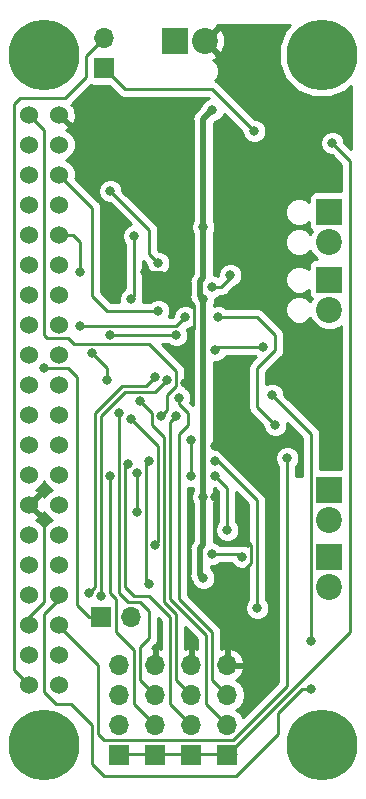
<source format=gbl>
G04 #@! TF.GenerationSoftware,KiCad,Pcbnew,(5.0.0)*
G04 #@! TF.CreationDate,2018-10-17T10:28:26+01:00*
G04 #@! TF.ProjectId,Motor_Toshiba_Shield,4D6F746F725F546F73686962615F5368,rev?*
G04 #@! TF.SameCoordinates,Original*
G04 #@! TF.FileFunction,Copper,L2,Bot,Signal*
G04 #@! TF.FilePolarity,Positive*
%FSLAX46Y46*%
G04 Gerber Fmt 4.6, Leading zero omitted, Abs format (unit mm)*
G04 Created by KiCad (PCBNEW (5.0.0)) date 10/17/18 10:28:26*
%MOMM*%
%LPD*%
G01*
G04 APERTURE LIST*
G04 #@! TA.AperFunction,ComponentPad*
%ADD10R,2.200000X2.200000*%
G04 #@! TD*
G04 #@! TA.AperFunction,ComponentPad*
%ADD11C,2.200000*%
G04 #@! TD*
G04 #@! TA.AperFunction,ComponentPad*
%ADD12O,1.700000X1.700000*%
G04 #@! TD*
G04 #@! TA.AperFunction,ComponentPad*
%ADD13R,1.700000X1.700000*%
G04 #@! TD*
G04 #@! TA.AperFunction,ComponentPad*
%ADD14C,6.000000*%
G04 #@! TD*
G04 #@! TA.AperFunction,ComponentPad*
%ADD15C,1.524000*%
G04 #@! TD*
G04 #@! TA.AperFunction,ViaPad*
%ADD16C,0.800000*%
G04 #@! TD*
G04 #@! TA.AperFunction,Conductor*
%ADD17C,0.500000*%
G04 #@! TD*
G04 #@! TA.AperFunction,Conductor*
%ADD18C,0.250000*%
G04 #@! TD*
G04 #@! TA.AperFunction,Conductor*
%ADD19C,0.254000*%
G04 #@! TD*
G04 APERTURE END LIST*
D10*
G04 #@! TO.P,J1,1*
G04 #@! TO.N,BAT+*
X121539000Y-64262000D03*
D11*
G04 #@! TO.P,J1,2*
G04 #@! TO.N,BAT-*
X124079000Y-64262000D03*
G04 #@! TD*
D12*
G04 #@! TO.P,J2,2*
G04 #@! TO.N,Net-(J2-Pad2)*
X115570000Y-64008000D03*
D13*
G04 #@! TO.P,J2,1*
G04 #@! TO.N,+5V*
X115570000Y-66548000D03*
G04 #@! TD*
D11*
G04 #@! TO.P,J3,2*
G04 #@! TO.N,Net-(J3-Pad2)*
X134620000Y-110490000D03*
D10*
G04 #@! TO.P,J3,1*
G04 #@! TO.N,Net-(J3-Pad1)*
X134620000Y-107950000D03*
G04 #@! TD*
G04 #@! TO.P,J4,1*
G04 #@! TO.N,Net-(J4-Pad1)*
X134620000Y-102235000D03*
D11*
G04 #@! TO.P,J4,2*
G04 #@! TO.N,Net-(J4-Pad2)*
X134620000Y-104775000D03*
G04 #@! TD*
G04 #@! TO.P,J5,2*
G04 #@! TO.N,Net-(J5-Pad2)*
X134620000Y-86995000D03*
D10*
G04 #@! TO.P,J5,1*
G04 #@! TO.N,Net-(J5-Pad1)*
X134620000Y-84455000D03*
G04 #@! TD*
G04 #@! TO.P,J6,1*
G04 #@! TO.N,Net-(J6-Pad1)*
X134620000Y-78740000D03*
D11*
G04 #@! TO.P,J6,2*
G04 #@! TO.N,Net-(J6-Pad2)*
X134620000Y-81280000D03*
G04 #@! TD*
D13*
G04 #@! TO.P,J7,1*
G04 #@! TO.N,ICSP_DAT*
X115316000Y-113030000D03*
D12*
G04 #@! TO.P,J7,2*
G04 #@! TO.N,Net-(J7-Pad2)*
X117856000Y-113030000D03*
G04 #@! TD*
D14*
G04 #@! TO.P,U2,*
G04 #@! TO.N,*
X133985000Y-65405000D03*
X133985000Y-123825000D03*
X110490000Y-65405000D03*
X110490000Y-123825000D03*
D15*
G04 #@! TO.P,U2,40*
G04 #@! TO.N,ICSP_CLK*
X109220000Y-70485000D03*
G04 #@! TO.P,U2,39*
G04 #@! TO.N,BAT-*
X111760000Y-70485000D03*
G04 #@! TO.P,U2,38*
G04 #@! TO.N,ICSP_DAT*
X109220000Y-73025000D03*
G04 #@! TO.P,U2,37*
G04 #@! TO.N,Net-(U2-Pad37)*
X111760000Y-73025000D03*
G04 #@! TO.P,U2,36*
G04 #@! TO.N,Net-(U2-Pad36)*
X109220000Y-75565000D03*
G04 #@! TO.P,U2,35*
G04 #@! TO.N,MCLR*
X111760000Y-75565000D03*
G04 #@! TO.P,U2,34*
G04 #@! TO.N,Net-(U2-Pad34)*
X109220000Y-78105000D03*
G04 #@! TO.P,U2,33*
G04 #@! TO.N,Net-(U2-Pad33)*
X111760000Y-78105000D03*
G04 #@! TO.P,U2,32*
G04 #@! TO.N,Net-(U2-Pad32)*
X109220000Y-80645000D03*
G04 #@! TO.P,U2,31*
G04 #@! TO.N,EN2*
X111760000Y-80645000D03*
G04 #@! TO.P,U2,30*
G04 #@! TO.N,Net-(U2-Pad30)*
X109220000Y-83185000D03*
G04 #@! TO.P,U2,29*
G04 #@! TO.N,EN1*
X111760000Y-83185000D03*
G04 #@! TO.P,U2,28*
G04 #@! TO.N,Net-(U2-Pad28)*
X109220000Y-85725000D03*
G04 #@! TO.P,U2,27*
G04 #@! TO.N,Net-(U2-Pad27)*
X111760000Y-85725000D03*
G04 #@! TO.P,U2,26*
G04 #@! TO.N,Net-(U2-Pad26)*
X109220000Y-88265000D03*
G04 #@! TO.P,U2,25*
G04 #@! TO.N,Net-(U2-Pad25)*
X111760000Y-88265000D03*
G04 #@! TO.P,U2,24*
G04 #@! TO.N,Net-(U2-Pad24)*
X109220000Y-90805000D03*
G04 #@! TO.P,U2,23*
G04 #@! TO.N,Net-(U2-Pad23)*
X111760000Y-90805000D03*
G04 #@! TO.P,U2,22*
G04 #@! TO.N,Net-(U2-Pad22)*
X109220000Y-93345000D03*
G04 #@! TO.P,U2,21*
G04 #@! TO.N,Net-(U2-Pad21)*
X111760000Y-93345000D03*
G04 #@! TO.P,U2,20*
G04 #@! TO.N,Net-(U2-Pad20)*
X109220000Y-95885000D03*
G04 #@! TO.P,U2,19*
G04 #@! TO.N,Net-(U2-Pad19)*
X111760000Y-95885000D03*
G04 #@! TO.P,U2,18*
G04 #@! TO.N,Net-(U2-Pad18)*
X109220000Y-98425000D03*
G04 #@! TO.P,U2,17*
G04 #@! TO.N,Net-(U2-Pad17)*
X111760000Y-98425000D03*
G04 #@! TO.P,U2,16*
G04 #@! TO.N,Net-(U2-Pad16)*
X109220000Y-100965000D03*
G04 #@! TO.P,U2,15*
G04 #@! TO.N,Net-(U2-Pad15)*
X111760000Y-100965000D03*
G04 #@! TO.P,U2,14*
G04 #@! TO.N,BAT-*
X109220000Y-103505000D03*
G04 #@! TO.P,U2,13*
G04 #@! TO.N,Net-(U2-Pad13)*
X111760000Y-103505000D03*
G04 #@! TO.P,U2,12*
G04 #@! TO.N,Net-(U2-Pad12)*
X109220000Y-106045000D03*
G04 #@! TO.P,U2,11*
G04 #@! TO.N,Net-(U2-Pad11)*
X111760000Y-106045000D03*
G04 #@! TO.P,U2,10*
G04 #@! TO.N,Net-(U2-Pad10)*
X109220000Y-108585000D03*
G04 #@! TO.P,U2,9*
G04 #@! TO.N,Net-(U2-Pad9)*
X111760000Y-108585000D03*
G04 #@! TO.P,U2,8*
G04 #@! TO.N,Net-(U2-Pad8)*
X109220000Y-111125000D03*
G04 #@! TO.P,U2,7*
G04 #@! TO.N,RES*
X111760000Y-111125000D03*
G04 #@! TO.P,U2,6*
G04 #@! TO.N,BAT-*
X109220000Y-113665000D03*
G04 #@! TO.P,U2,5*
G04 #@! TO.N,SCL*
X111760000Y-113665000D03*
G04 #@! TO.P,U2,4*
G04 #@! TO.N,Net-(U2-Pad4)*
X109220000Y-116205000D03*
G04 #@! TO.P,U2,3*
G04 #@! TO.N,SDA*
X111760000Y-116205000D03*
G04 #@! TO.P,U2,2*
G04 #@! TO.N,Net-(J2-Pad2)*
X109220000Y-118745000D03*
G04 #@! TO.P,U2,1*
G04 #@! TO.N,+3V3*
X111760000Y-118745000D03*
G04 #@! TD*
D13*
G04 #@! TO.P,J8,1*
G04 #@! TO.N,+5V*
X116840000Y-124714000D03*
D12*
G04 #@! TO.P,J8,2*
G04 #@! TO.N,A1*
X116840000Y-122174000D03*
G04 #@! TO.P,J8,3*
G04 #@! TO.N,B1*
X116840000Y-119634000D03*
G04 #@! TO.P,J8,4*
G04 #@! TO.N,BAT-*
X116840000Y-117094000D03*
G04 #@! TD*
G04 #@! TO.P,J9,4*
G04 #@! TO.N,BAT-*
X119888000Y-117094000D03*
G04 #@! TO.P,J9,3*
G04 #@! TO.N,B2*
X119888000Y-119634000D03*
G04 #@! TO.P,J9,2*
G04 #@! TO.N,A2*
X119888000Y-122174000D03*
D13*
G04 #@! TO.P,J9,1*
G04 #@! TO.N,+5V*
X119888000Y-124714000D03*
G04 #@! TD*
G04 #@! TO.P,J10,1*
G04 #@! TO.N,+5V*
X125984000Y-124714000D03*
D12*
G04 #@! TO.P,J10,2*
G04 #@! TO.N,A3*
X125984000Y-122174000D03*
G04 #@! TO.P,J10,3*
G04 #@! TO.N,B3*
X125984000Y-119634000D03*
G04 #@! TO.P,J10,4*
G04 #@! TO.N,BAT-*
X125984000Y-117094000D03*
G04 #@! TD*
G04 #@! TO.P,J11,4*
G04 #@! TO.N,BAT-*
X122936000Y-117094000D03*
G04 #@! TO.P,J11,3*
G04 #@! TO.N,B4*
X122936000Y-119634000D03*
G04 #@! TO.P,J11,2*
G04 #@! TO.N,A4*
X122936000Y-122174000D03*
D13*
G04 #@! TO.P,J11,1*
G04 #@! TO.N,+5V*
X122936000Y-124714000D03*
G04 #@! TD*
D16*
G04 #@! TO.N,BAT-PROT+*
X123952000Y-80010000D03*
X124714000Y-70104000D03*
X123952000Y-86106000D03*
X123952000Y-102870000D03*
X123952000Y-109728000D03*
G04 #@! TO.N,BAT-*
X125222000Y-82550000D03*
X127254000Y-80264000D03*
X122428000Y-93218000D03*
X122682000Y-90170000D03*
X119045000Y-83820000D03*
X130302000Y-92202000D03*
X124968000Y-102870000D03*
X127000000Y-109474000D03*
X124968000Y-98552000D03*
G04 #@! TO.N,+5V*
X128270000Y-71882000D03*
X134874000Y-72898000D03*
G04 #@! TO.N,+3V3*
X121666000Y-89154000D03*
X116078000Y-89154000D03*
X124968000Y-90424000D03*
X129032000Y-90170000D03*
X125984000Y-105664000D03*
X124968000Y-101092000D03*
X122936000Y-101092000D03*
X122936000Y-98044000D03*
G04 #@! TO.N,Net-(J7-Pad2)*
X124968000Y-99822000D03*
X128524000Y-112268000D03*
G04 #@! TO.N,ICSP_DAT*
X110490000Y-91948000D03*
G04 #@! TO.N,MCLR*
X120142000Y-87122000D03*
G04 #@! TO.N,ICSP_CLK*
X120396000Y-96012000D03*
G04 #@! TO.N,EN2*
X119888000Y-106934000D03*
X117856000Y-96266000D03*
X115824000Y-92964000D03*
X114554000Y-90678000D03*
X113538000Y-83820000D03*
G04 #@! TO.N,EN1*
X120142000Y-83058000D03*
X116078000Y-76962000D03*
G04 #@! TO.N,RES*
X133096000Y-119126000D03*
X133096000Y-115062000D03*
X129794000Y-94234000D03*
G04 #@! TO.N,SCL*
X131064000Y-99568000D03*
G04 #@! TO.N,SDA*
X130048000Y-96774000D03*
X122428000Y-87630000D03*
X125222000Y-87630000D03*
X113538000Y-88392000D03*
G04 #@! TO.N,INA2*
X126238000Y-84074000D03*
X124714000Y-85090000D03*
G04 #@! TO.N,INA3*
X127254000Y-107950000D03*
X124714000Y-107696000D03*
G04 #@! TO.N,PWM3*
X119380000Y-110236000D03*
X119380000Y-99822000D03*
G04 #@! TO.N,PWM4*
X118364000Y-100838000D03*
X118364000Y-104140000D03*
G04 #@! TO.N,PWM2*
X117856000Y-86106000D03*
X118110000Y-80772000D03*
G04 #@! TO.N,A1*
X114300000Y-110998000D03*
X119888000Y-92710000D03*
G04 #@! TO.N,B1*
X120904000Y-92964000D03*
X115316000Y-111252000D03*
G04 #@! TO.N,B2*
X116840000Y-95758000D03*
G04 #@! TO.N,A2*
X116078000Y-101092000D03*
G04 #@! TO.N,A3*
X121666000Y-96012000D03*
G04 #@! TO.N,B3*
X121920000Y-94488000D03*
G04 #@! TO.N,B4*
X118618000Y-94742000D03*
G04 #@! TO.N,A4*
X117602000Y-100076000D03*
G04 #@! TD*
D17*
G04 #@! TO.N,BAT-PROT+*
X123952000Y-80010000D02*
X123952000Y-70866000D01*
X123952000Y-70866000D02*
X124714000Y-70104000D01*
X123952000Y-80010000D02*
X123952000Y-84328000D01*
X123952000Y-84328000D02*
X123698000Y-84582000D01*
X123698000Y-84582000D02*
X123698000Y-85852000D01*
X123698000Y-85852000D02*
X123952000Y-86106000D01*
X123952000Y-86106000D02*
X123952000Y-102870000D01*
X123952000Y-102870000D02*
X123952000Y-106934000D01*
X123952000Y-106934000D02*
X123698000Y-107188000D01*
X123698000Y-107188000D02*
X123698000Y-109474000D01*
X123698000Y-109474000D02*
X123952000Y-109728000D01*
D18*
G04 #@! TO.N,BAT-*
X125222000Y-82550000D02*
X127254000Y-80518000D01*
X127254000Y-80518000D02*
X127254000Y-80264000D01*
X122428000Y-93218000D02*
X122682000Y-92964000D01*
X122682000Y-92964000D02*
X122682000Y-90170000D01*
X122682000Y-90170000D02*
X122682000Y-89154000D01*
X122682000Y-89154000D02*
X123190000Y-88646000D01*
X123190000Y-88646000D02*
X123190000Y-86614000D01*
X120396000Y-83820000D02*
X119045000Y-83820000D01*
X123190000Y-86614000D02*
X120396000Y-83820000D01*
X124968000Y-102870000D02*
X124968000Y-106172000D01*
X124968000Y-106172000D02*
X125476000Y-106680000D01*
X125476000Y-106680000D02*
X127762000Y-106680000D01*
X127762000Y-106680000D02*
X128016000Y-106934000D01*
X128016000Y-106934000D02*
X128016000Y-108458000D01*
X128016000Y-108458000D02*
X127000000Y-109474000D01*
X124968000Y-98552000D02*
X129794000Y-103378000D01*
X129794000Y-103378000D02*
X129794000Y-112776000D01*
X129794000Y-112776000D02*
X129032000Y-113538000D01*
X129032000Y-113538000D02*
X128016000Y-113538000D01*
X127000000Y-112522000D02*
X127000000Y-109474000D01*
X128016000Y-113538000D02*
X127000000Y-112522000D01*
X110490000Y-104648000D02*
X110490000Y-111760000D01*
X109220000Y-113030000D02*
X109220000Y-113665000D01*
X109347000Y-103505000D02*
X110490000Y-104648000D01*
X109220000Y-103505000D02*
X109347000Y-103505000D01*
X110490000Y-111760000D02*
X109220000Y-113030000D01*
G04 #@! TO.N,+5V*
X117602000Y-124666999D02*
X120668999Y-124666999D01*
X120668999Y-124666999D02*
X123698000Y-124666999D01*
X123698000Y-124666999D02*
X126746000Y-124666999D01*
X128270000Y-71882000D02*
X124714000Y-68326000D01*
X117348000Y-68326000D02*
X115570000Y-66548000D01*
X124714000Y-68326000D02*
X117348000Y-68326000D01*
X136398000Y-114300000D02*
X125984000Y-124714000D01*
X136398000Y-74422000D02*
X136398000Y-114300000D01*
X134874000Y-72898000D02*
X136398000Y-74422000D01*
G04 #@! TO.N,+3V3*
X121666000Y-89154000D02*
X116078000Y-89154000D01*
X124968000Y-90424000D02*
X125222000Y-90170000D01*
X125222000Y-90170000D02*
X129032000Y-90170000D01*
X125984000Y-102108000D02*
X124968000Y-101092000D01*
X125984000Y-105664000D02*
X125984000Y-102108000D01*
X122936000Y-98044000D02*
X122936000Y-101092000D01*
G04 #@! TO.N,Net-(J7-Pad2)*
X128524000Y-103124000D02*
X124968000Y-99568000D01*
X128524000Y-112268000D02*
X128524000Y-103124000D01*
G04 #@! TO.N,Net-(J2-Pad2)*
X107950000Y-117475000D02*
X109220000Y-118745000D01*
X114046000Y-65532000D02*
X114046000Y-67310000D01*
X115570000Y-64008000D02*
X114046000Y-65532000D01*
X114046000Y-67310000D02*
X112268000Y-69088000D01*
X112268000Y-69088000D02*
X108458000Y-69088000D01*
X108458000Y-69088000D02*
X107950000Y-69596000D01*
X107950000Y-69596000D02*
X107950000Y-117475000D01*
G04 #@! TO.N,ICSP_DAT*
X115316000Y-113030000D02*
X114300000Y-113030000D01*
X114300000Y-113030000D02*
X113284000Y-112014000D01*
X113284000Y-112014000D02*
X113284000Y-92710000D01*
X113284000Y-92710000D02*
X112522000Y-91948000D01*
X112522000Y-91948000D02*
X110490000Y-91948000D01*
G04 #@! TO.N,MCLR*
X114554000Y-78359000D02*
X111760000Y-75565000D01*
X114554000Y-85852000D02*
X114554000Y-78359000D01*
X120142000Y-87122000D02*
X115824000Y-87122000D01*
X115824000Y-87122000D02*
X114554000Y-85852000D01*
G04 #@! TO.N,ICSP_CLK*
X110490000Y-71755000D02*
X109220000Y-70485000D01*
X110490000Y-89154000D02*
X110490000Y-71755000D01*
X110744000Y-89408000D02*
X110490000Y-89154000D01*
X112522000Y-89408000D02*
X110744000Y-89408000D01*
X113030000Y-89916000D02*
X112522000Y-89408000D01*
X120904000Y-95504000D02*
X120904000Y-94234000D01*
X120396000Y-96012000D02*
X120904000Y-95504000D01*
X120904000Y-94234000D02*
X121666000Y-93472000D01*
X121666000Y-93472000D02*
X121666000Y-92202000D01*
X121666000Y-92202000D02*
X119380000Y-89916000D01*
X119380000Y-89916000D02*
X113030000Y-89916000D01*
G04 #@! TO.N,EN2*
X119888000Y-106934000D02*
X120142000Y-106680000D01*
X120142000Y-106680000D02*
X120142000Y-98552000D01*
X120142000Y-98552000D02*
X117856000Y-96266000D01*
X115824000Y-92964000D02*
X115824000Y-91948000D01*
X115824000Y-91948000D02*
X114554000Y-90678000D01*
X112903000Y-80645000D02*
X111760000Y-80645000D01*
X113538000Y-83820000D02*
X113538000Y-81280000D01*
X113538000Y-81280000D02*
X112903000Y-80645000D01*
G04 #@! TO.N,EN1*
X120142000Y-83058000D02*
X119380000Y-82296000D01*
X119380000Y-82296000D02*
X119380000Y-80264000D01*
X119380000Y-80264000D02*
X116078000Y-76962000D01*
G04 #@! TO.N,RES*
X111760000Y-111125000D02*
X111760000Y-111506000D01*
X111760000Y-111506000D02*
X110490000Y-112776000D01*
X110490000Y-112776000D02*
X110490000Y-119380000D01*
X110490000Y-119380000D02*
X111506000Y-120396000D01*
X111506000Y-120396000D02*
X112776000Y-120396000D01*
X112776000Y-120396000D02*
X114554000Y-122174000D01*
X114554000Y-122174000D02*
X114554000Y-125476000D01*
X114554000Y-125476000D02*
X115570000Y-126492000D01*
X115570000Y-126492000D02*
X126746000Y-126492000D01*
X126746000Y-126492000D02*
X130302000Y-122936000D01*
X130302000Y-122936000D02*
X130302000Y-121158000D01*
X130302000Y-121158000D02*
X132334000Y-119126000D01*
X132334000Y-119126000D02*
X133096000Y-119126000D01*
X133096000Y-115062000D02*
X133096000Y-97536000D01*
X133096000Y-97536000D02*
X129794000Y-94234000D01*
G04 #@! TO.N,SCL*
X111760000Y-113665000D02*
X111760000Y-113792000D01*
X111760000Y-113792000D02*
X115062000Y-117094000D01*
X115062000Y-117094000D02*
X115062000Y-122936000D01*
X115062000Y-122936000D02*
X115570000Y-123444000D01*
X115570000Y-123444000D02*
X126492000Y-123444000D01*
X126492000Y-123444000D02*
X131064000Y-118872000D01*
X131064000Y-118872000D02*
X131064000Y-99568000D01*
G04 #@! TO.N,SDA*
X125222000Y-87630000D02*
X128524000Y-87630000D01*
X128524000Y-87630000D02*
X130048000Y-89154000D01*
X130048000Y-89154000D02*
X130048000Y-90424000D01*
X130048000Y-90424000D02*
X128524000Y-91948000D01*
X128524000Y-95250000D02*
X130048000Y-96774000D01*
X128524000Y-91948000D02*
X128524000Y-95250000D01*
X121666000Y-88392000D02*
X122428000Y-87630000D01*
X113538000Y-88392000D02*
X121666000Y-88392000D01*
G04 #@! TO.N,INA2*
X126492000Y-84074000D02*
X125476000Y-85090000D01*
X125476000Y-85090000D02*
X124714000Y-85090000D01*
G04 #@! TO.N,INA3*
X127254000Y-107950000D02*
X127000000Y-107696000D01*
X127000000Y-107696000D02*
X124714000Y-107696000D01*
G04 #@! TO.N,PWM3*
X119380000Y-99822000D02*
X119126000Y-100076000D01*
X119126000Y-109982000D02*
X119380000Y-110236000D01*
X119126000Y-100076000D02*
X119126000Y-109982000D01*
G04 #@! TO.N,PWM4*
X118364000Y-100838000D02*
X118364000Y-104140000D01*
G04 #@! TO.N,PWM2*
X117856000Y-86106000D02*
X118110000Y-85852000D01*
X118110000Y-85852000D02*
X118110000Y-80772000D01*
G04 #@! TO.N,A1*
X114808000Y-110490000D02*
X114300000Y-110998000D01*
X114808000Y-95758000D02*
X114808000Y-110490000D01*
X117094000Y-93472000D02*
X114808000Y-95758000D01*
X119888000Y-92710000D02*
X119126000Y-93472000D01*
X119126000Y-93472000D02*
X117094000Y-93472000D01*
G04 #@! TO.N,B1*
X115316000Y-96012000D02*
X115316000Y-111252000D01*
X117348000Y-93980000D02*
X115316000Y-96012000D01*
X120904000Y-92964000D02*
X119888000Y-93980000D01*
X119888000Y-93980000D02*
X117348000Y-93980000D01*
G04 #@! TO.N,B2*
X118618000Y-118364000D02*
X119888000Y-119634000D01*
X118618000Y-115570000D02*
X118618000Y-118364000D01*
X116840000Y-110998000D02*
X117602000Y-111760000D01*
X117602000Y-111760000D02*
X118618000Y-111760000D01*
X116840000Y-95758000D02*
X116840000Y-110998000D01*
X118618000Y-111760000D02*
X119380000Y-112522000D01*
X119380000Y-112522000D02*
X119380000Y-114808000D01*
X119380000Y-114808000D02*
X118618000Y-115570000D01*
G04 #@! TO.N,A2*
X116078000Y-101092000D02*
X116078000Y-110998000D01*
X116078000Y-110998000D02*
X116586000Y-111506000D01*
X116586000Y-111506000D02*
X116586000Y-114300000D01*
X116586000Y-114300000D02*
X118110000Y-115824000D01*
X118110000Y-120396000D02*
X119888000Y-122174000D01*
X118110000Y-115824000D02*
X118110000Y-120396000D01*
G04 #@! TO.N,A3*
X121666000Y-96012000D02*
X121158000Y-96520000D01*
X121158000Y-96520000D02*
X121158000Y-111506000D01*
X121158000Y-111506000D02*
X124206000Y-114554000D01*
X124206000Y-120396000D02*
X125984000Y-122174000D01*
X124206000Y-114554000D02*
X124206000Y-120396000D01*
G04 #@! TO.N,B3*
X121920000Y-94488000D02*
X121920000Y-94996000D01*
X121920000Y-94996000D02*
X122682000Y-95758000D01*
X122682000Y-95758000D02*
X122682000Y-96774000D01*
X122682000Y-96774000D02*
X121920000Y-97536000D01*
X121920000Y-97536000D02*
X121920000Y-111506000D01*
X121920000Y-111506000D02*
X124714000Y-114300000D01*
X124714000Y-118364000D02*
X125984000Y-119634000D01*
X124714000Y-114300000D02*
X124714000Y-118364000D01*
G04 #@! TO.N,B4*
X120650000Y-97790000D02*
X120650000Y-111760000D01*
X120650000Y-111760000D02*
X121666000Y-112776000D01*
X121666000Y-118364000D02*
X122936000Y-119634000D01*
X121666000Y-112776000D02*
X121666000Y-118364000D01*
X118618000Y-94742000D02*
X119634000Y-95758000D01*
X119634000Y-96774000D02*
X120650000Y-97790000D01*
X119634000Y-95758000D02*
X119634000Y-96774000D01*
G04 #@! TO.N,A4*
X121158000Y-120396000D02*
X122936000Y-122174000D01*
X117602000Y-100076000D02*
X117348000Y-100330000D01*
X117348000Y-100330000D02*
X117348000Y-110490000D01*
X117348000Y-110490000D02*
X118110000Y-111252000D01*
X118110000Y-111252000D02*
X119380000Y-111252000D01*
X119380000Y-111252000D02*
X121158000Y-113030000D01*
X121158000Y-113030000D02*
X121158000Y-120396000D01*
G04 #@! TD*
D19*
G04 #@! TO.N,BAT-*
G36*
X128397744Y-90999455D02*
X128039530Y-91357669D01*
X127976071Y-91400071D01*
X127808096Y-91651464D01*
X127764000Y-91873149D01*
X127764000Y-91873153D01*
X127749112Y-91948000D01*
X127764000Y-92022847D01*
X127764001Y-95175148D01*
X127749112Y-95250000D01*
X127808097Y-95546537D01*
X127922713Y-95718071D01*
X127976072Y-95797929D01*
X128039528Y-95840329D01*
X129013000Y-96813802D01*
X129013000Y-96979874D01*
X129170569Y-97360280D01*
X129461720Y-97651431D01*
X129842126Y-97809000D01*
X130253874Y-97809000D01*
X130634280Y-97651431D01*
X130925431Y-97360280D01*
X131083000Y-96979874D01*
X131083000Y-96597802D01*
X132336001Y-97850803D01*
X132336001Y-101058404D01*
X132315711Y-101050000D01*
X131844289Y-101050000D01*
X131824000Y-101058404D01*
X131824000Y-100271711D01*
X131941431Y-100154280D01*
X132099000Y-99773874D01*
X132099000Y-99362126D01*
X131941431Y-98981720D01*
X131650280Y-98690569D01*
X131269874Y-98533000D01*
X130858126Y-98533000D01*
X130477720Y-98690569D01*
X130186569Y-98981720D01*
X130029000Y-99362126D01*
X130029000Y-99773874D01*
X130186569Y-100154280D01*
X130304001Y-100271712D01*
X130304000Y-118557197D01*
X127336287Y-121524912D01*
X127054625Y-121103375D01*
X126756239Y-120904000D01*
X127054625Y-120704625D01*
X127382839Y-120213418D01*
X127498092Y-119634000D01*
X127382839Y-119054582D01*
X127054625Y-118563375D01*
X126735522Y-118350157D01*
X126865358Y-118289183D01*
X127255645Y-117860924D01*
X127425476Y-117450890D01*
X127304155Y-117221000D01*
X126111000Y-117221000D01*
X126111000Y-117241000D01*
X125857000Y-117241000D01*
X125857000Y-117221000D01*
X125837000Y-117221000D01*
X125837000Y-116967000D01*
X125857000Y-116967000D01*
X125857000Y-115773181D01*
X126111000Y-115773181D01*
X126111000Y-116967000D01*
X127304155Y-116967000D01*
X127425476Y-116737110D01*
X127255645Y-116327076D01*
X126865358Y-115898817D01*
X126340892Y-115652514D01*
X126111000Y-115773181D01*
X125857000Y-115773181D01*
X125627108Y-115652514D01*
X125474000Y-115724418D01*
X125474000Y-114374848D01*
X125488888Y-114300000D01*
X125474000Y-114225152D01*
X125474000Y-114225148D01*
X125429904Y-114003463D01*
X125429904Y-114003462D01*
X125304329Y-113815527D01*
X125261929Y-113752071D01*
X125198473Y-113709671D01*
X122680000Y-111191199D01*
X122680000Y-102106237D01*
X122730126Y-102127000D01*
X123067001Y-102127000D01*
X123067001Y-102301991D01*
X122917000Y-102664126D01*
X122917000Y-103075874D01*
X123067000Y-103438007D01*
X123067001Y-106545240D01*
X123059951Y-106549951D01*
X122864348Y-106842691D01*
X122813000Y-107100836D01*
X122813000Y-107100839D01*
X122795663Y-107188000D01*
X122813000Y-107275161D01*
X122813001Y-109386835D01*
X122795663Y-109474000D01*
X122864348Y-109819309D01*
X122917000Y-109898108D01*
X122917000Y-109933874D01*
X123074569Y-110314280D01*
X123365720Y-110605431D01*
X123746126Y-110763000D01*
X124157874Y-110763000D01*
X124538280Y-110605431D01*
X124829431Y-110314280D01*
X124987000Y-109933874D01*
X124987000Y-109522126D01*
X124829431Y-109141720D01*
X124583000Y-108895289D01*
X124583000Y-108731000D01*
X124919874Y-108731000D01*
X125300280Y-108573431D01*
X125417711Y-108456000D01*
X126343316Y-108456000D01*
X126376569Y-108536280D01*
X126667720Y-108827431D01*
X127048126Y-108985000D01*
X127459874Y-108985000D01*
X127764000Y-108859027D01*
X127764000Y-111564289D01*
X127646569Y-111681720D01*
X127489000Y-112062126D01*
X127489000Y-112473874D01*
X127646569Y-112854280D01*
X127937720Y-113145431D01*
X128318126Y-113303000D01*
X128729874Y-113303000D01*
X129110280Y-113145431D01*
X129401431Y-112854280D01*
X129559000Y-112473874D01*
X129559000Y-112062126D01*
X129401431Y-111681720D01*
X129284000Y-111564289D01*
X129284000Y-103198846D01*
X129298888Y-103123999D01*
X129284000Y-103049152D01*
X129284000Y-103049148D01*
X129239904Y-102827463D01*
X129163865Y-102713663D01*
X129114329Y-102639526D01*
X129114327Y-102639524D01*
X129071929Y-102576071D01*
X129008476Y-102533673D01*
X125940826Y-99466025D01*
X125845431Y-99235720D01*
X125554280Y-98944569D01*
X125173874Y-98787000D01*
X124837000Y-98787000D01*
X124837000Y-91459000D01*
X125173874Y-91459000D01*
X125554280Y-91301431D01*
X125845431Y-91010280D01*
X125878684Y-90930000D01*
X128328289Y-90930000D01*
X128397744Y-90999455D01*
X128397744Y-90999455D01*
G37*
X128397744Y-90999455D02*
X128039530Y-91357669D01*
X127976071Y-91400071D01*
X127808096Y-91651464D01*
X127764000Y-91873149D01*
X127764000Y-91873153D01*
X127749112Y-91948000D01*
X127764000Y-92022847D01*
X127764001Y-95175148D01*
X127749112Y-95250000D01*
X127808097Y-95546537D01*
X127922713Y-95718071D01*
X127976072Y-95797929D01*
X128039528Y-95840329D01*
X129013000Y-96813802D01*
X129013000Y-96979874D01*
X129170569Y-97360280D01*
X129461720Y-97651431D01*
X129842126Y-97809000D01*
X130253874Y-97809000D01*
X130634280Y-97651431D01*
X130925431Y-97360280D01*
X131083000Y-96979874D01*
X131083000Y-96597802D01*
X132336001Y-97850803D01*
X132336001Y-101058404D01*
X132315711Y-101050000D01*
X131844289Y-101050000D01*
X131824000Y-101058404D01*
X131824000Y-100271711D01*
X131941431Y-100154280D01*
X132099000Y-99773874D01*
X132099000Y-99362126D01*
X131941431Y-98981720D01*
X131650280Y-98690569D01*
X131269874Y-98533000D01*
X130858126Y-98533000D01*
X130477720Y-98690569D01*
X130186569Y-98981720D01*
X130029000Y-99362126D01*
X130029000Y-99773874D01*
X130186569Y-100154280D01*
X130304001Y-100271712D01*
X130304000Y-118557197D01*
X127336287Y-121524912D01*
X127054625Y-121103375D01*
X126756239Y-120904000D01*
X127054625Y-120704625D01*
X127382839Y-120213418D01*
X127498092Y-119634000D01*
X127382839Y-119054582D01*
X127054625Y-118563375D01*
X126735522Y-118350157D01*
X126865358Y-118289183D01*
X127255645Y-117860924D01*
X127425476Y-117450890D01*
X127304155Y-117221000D01*
X126111000Y-117221000D01*
X126111000Y-117241000D01*
X125857000Y-117241000D01*
X125857000Y-117221000D01*
X125837000Y-117221000D01*
X125837000Y-116967000D01*
X125857000Y-116967000D01*
X125857000Y-115773181D01*
X126111000Y-115773181D01*
X126111000Y-116967000D01*
X127304155Y-116967000D01*
X127425476Y-116737110D01*
X127255645Y-116327076D01*
X126865358Y-115898817D01*
X126340892Y-115652514D01*
X126111000Y-115773181D01*
X125857000Y-115773181D01*
X125627108Y-115652514D01*
X125474000Y-115724418D01*
X125474000Y-114374848D01*
X125488888Y-114300000D01*
X125474000Y-114225152D01*
X125474000Y-114225148D01*
X125429904Y-114003463D01*
X125429904Y-114003462D01*
X125304329Y-113815527D01*
X125261929Y-113752071D01*
X125198473Y-113709671D01*
X122680000Y-111191199D01*
X122680000Y-102106237D01*
X122730126Y-102127000D01*
X123067001Y-102127000D01*
X123067001Y-102301991D01*
X122917000Y-102664126D01*
X122917000Y-103075874D01*
X123067000Y-103438007D01*
X123067001Y-106545240D01*
X123059951Y-106549951D01*
X122864348Y-106842691D01*
X122813000Y-107100836D01*
X122813000Y-107100839D01*
X122795663Y-107188000D01*
X122813000Y-107275161D01*
X122813001Y-109386835D01*
X122795663Y-109474000D01*
X122864348Y-109819309D01*
X122917000Y-109898108D01*
X122917000Y-109933874D01*
X123074569Y-110314280D01*
X123365720Y-110605431D01*
X123746126Y-110763000D01*
X124157874Y-110763000D01*
X124538280Y-110605431D01*
X124829431Y-110314280D01*
X124987000Y-109933874D01*
X124987000Y-109522126D01*
X124829431Y-109141720D01*
X124583000Y-108895289D01*
X124583000Y-108731000D01*
X124919874Y-108731000D01*
X125300280Y-108573431D01*
X125417711Y-108456000D01*
X126343316Y-108456000D01*
X126376569Y-108536280D01*
X126667720Y-108827431D01*
X127048126Y-108985000D01*
X127459874Y-108985000D01*
X127764000Y-108859027D01*
X127764000Y-111564289D01*
X127646569Y-111681720D01*
X127489000Y-112062126D01*
X127489000Y-112473874D01*
X127646569Y-112854280D01*
X127937720Y-113145431D01*
X128318126Y-113303000D01*
X128729874Y-113303000D01*
X129110280Y-113145431D01*
X129401431Y-112854280D01*
X129559000Y-112473874D01*
X129559000Y-112062126D01*
X129401431Y-111681720D01*
X129284000Y-111564289D01*
X129284000Y-103198846D01*
X129298888Y-103123999D01*
X129284000Y-103049152D01*
X129284000Y-103049148D01*
X129239904Y-102827463D01*
X129163865Y-102713663D01*
X129114329Y-102639526D01*
X129114327Y-102639524D01*
X129071929Y-102576071D01*
X129008476Y-102533673D01*
X125940826Y-99466025D01*
X125845431Y-99235720D01*
X125554280Y-98944569D01*
X125173874Y-98787000D01*
X124837000Y-98787000D01*
X124837000Y-91459000D01*
X125173874Y-91459000D01*
X125554280Y-91301431D01*
X125845431Y-91010280D01*
X125878684Y-90930000D01*
X128328289Y-90930000D01*
X128397744Y-90999455D01*
G36*
X116967000Y-116967000D02*
X116987000Y-116967000D01*
X116987000Y-117221000D01*
X116967000Y-117221000D01*
X116967000Y-117241000D01*
X116713000Y-117241000D01*
X116713000Y-117221000D01*
X116693000Y-117221000D01*
X116693000Y-116967000D01*
X116713000Y-116967000D01*
X116713000Y-116947000D01*
X116967000Y-116947000D01*
X116967000Y-116967000D01*
X116967000Y-116967000D01*
G37*
X116967000Y-116967000D02*
X116987000Y-116967000D01*
X116987000Y-117221000D01*
X116967000Y-117221000D01*
X116967000Y-117241000D01*
X116713000Y-117241000D01*
X116713000Y-117221000D01*
X116693000Y-117221000D01*
X116693000Y-116967000D01*
X116713000Y-116967000D01*
X116713000Y-116947000D01*
X116967000Y-116947000D01*
X116967000Y-116967000D01*
G36*
X120398000Y-113344802D02*
X120398000Y-115724418D01*
X120244892Y-115652514D01*
X120015000Y-115773181D01*
X120015000Y-116967000D01*
X120035000Y-116967000D01*
X120035000Y-117221000D01*
X120015000Y-117221000D01*
X120015000Y-117241000D01*
X119761000Y-117241000D01*
X119761000Y-117221000D01*
X119741000Y-117221000D01*
X119741000Y-116967000D01*
X119761000Y-116967000D01*
X119761000Y-115773181D01*
X119583033Y-115679769D01*
X119864473Y-115398329D01*
X119927929Y-115355929D01*
X119970924Y-115291582D01*
X120095904Y-115104538D01*
X120107476Y-115046362D01*
X120140000Y-114882852D01*
X120140000Y-114882848D01*
X120154888Y-114808000D01*
X120140000Y-114733152D01*
X120140000Y-113086802D01*
X120398000Y-113344802D01*
X120398000Y-113344802D01*
G37*
X120398000Y-113344802D02*
X120398000Y-115724418D01*
X120244892Y-115652514D01*
X120015000Y-115773181D01*
X120015000Y-116967000D01*
X120035000Y-116967000D01*
X120035000Y-117221000D01*
X120015000Y-117221000D01*
X120015000Y-117241000D01*
X119761000Y-117241000D01*
X119761000Y-117221000D01*
X119741000Y-117221000D01*
X119741000Y-116967000D01*
X119761000Y-116967000D01*
X119761000Y-115773181D01*
X119583033Y-115679769D01*
X119864473Y-115398329D01*
X119927929Y-115355929D01*
X119970924Y-115291582D01*
X120095904Y-115104538D01*
X120107476Y-115046362D01*
X120140000Y-114882852D01*
X120140000Y-114882848D01*
X120154888Y-114808000D01*
X120140000Y-114733152D01*
X120140000Y-113086802D01*
X120398000Y-113344802D01*
G36*
X123446000Y-114868802D02*
X123446000Y-115724418D01*
X123292892Y-115652514D01*
X123063000Y-115773181D01*
X123063000Y-116967000D01*
X123083000Y-116967000D01*
X123083000Y-117221000D01*
X123063000Y-117221000D01*
X123063000Y-117241000D01*
X122809000Y-117241000D01*
X122809000Y-117221000D01*
X122789000Y-117221000D01*
X122789000Y-116967000D01*
X122809000Y-116967000D01*
X122809000Y-115773181D01*
X122579108Y-115652514D01*
X122426000Y-115724418D01*
X122426000Y-113848802D01*
X123446000Y-114868802D01*
X123446000Y-114868802D01*
G37*
X123446000Y-114868802D02*
X123446000Y-115724418D01*
X123292892Y-115652514D01*
X123063000Y-115773181D01*
X123063000Y-116967000D01*
X123083000Y-116967000D01*
X123083000Y-117221000D01*
X123063000Y-117221000D01*
X123063000Y-117241000D01*
X122809000Y-117241000D01*
X122809000Y-117221000D01*
X122789000Y-117221000D01*
X122789000Y-116967000D01*
X122809000Y-116967000D01*
X122809000Y-115773181D01*
X122579108Y-115652514D01*
X122426000Y-115724418D01*
X122426000Y-113848802D01*
X123446000Y-114868802D01*
G36*
X109413748Y-113650858D02*
X109399605Y-113665000D01*
X109413748Y-113679143D01*
X109234143Y-113858748D01*
X109220000Y-113844605D01*
X109205858Y-113858748D01*
X109026253Y-113679143D01*
X109040395Y-113665000D01*
X109026253Y-113650858D01*
X109205858Y-113471253D01*
X109220000Y-113485395D01*
X109234143Y-113471253D01*
X109413748Y-113650858D01*
X109413748Y-113650858D01*
G37*
X109413748Y-113650858D02*
X109399605Y-113665000D01*
X109413748Y-113679143D01*
X109234143Y-113858748D01*
X109220000Y-113844605D01*
X109205858Y-113858748D01*
X109026253Y-113679143D01*
X109040395Y-113665000D01*
X109026253Y-113650858D01*
X109205858Y-113471253D01*
X109220000Y-113485395D01*
X109234143Y-113471253D01*
X109413748Y-113650858D01*
G36*
X125224001Y-102422803D02*
X125224000Y-104960289D01*
X125106569Y-105077720D01*
X124949000Y-105458126D01*
X124949000Y-105869874D01*
X125106569Y-106250280D01*
X125397720Y-106541431D01*
X125778126Y-106699000D01*
X126189874Y-106699000D01*
X126570280Y-106541431D01*
X126861431Y-106250280D01*
X127019000Y-105869874D01*
X127019000Y-105458126D01*
X126861431Y-105077720D01*
X126744000Y-104960289D01*
X126744000Y-102418802D01*
X127764001Y-103438804D01*
X127764001Y-107040973D01*
X127459874Y-106915000D01*
X127048126Y-106915000D01*
X127022544Y-106925596D01*
X127000000Y-106921112D01*
X126925153Y-106936000D01*
X125417711Y-106936000D01*
X125300280Y-106818569D01*
X124919874Y-106661000D01*
X124837000Y-106661000D01*
X124837000Y-103438007D01*
X124987000Y-103075874D01*
X124987000Y-102664126D01*
X124837000Y-102301993D01*
X124837000Y-102127000D01*
X124928199Y-102127000D01*
X125224001Y-102422803D01*
X125224001Y-102422803D01*
G37*
X125224001Y-102422803D02*
X125224000Y-104960289D01*
X125106569Y-105077720D01*
X124949000Y-105458126D01*
X124949000Y-105869874D01*
X125106569Y-106250280D01*
X125397720Y-106541431D01*
X125778126Y-106699000D01*
X126189874Y-106699000D01*
X126570280Y-106541431D01*
X126861431Y-106250280D01*
X127019000Y-105869874D01*
X127019000Y-105458126D01*
X126861431Y-105077720D01*
X126744000Y-104960289D01*
X126744000Y-102418802D01*
X127764001Y-103438804D01*
X127764001Y-107040973D01*
X127459874Y-106915000D01*
X127048126Y-106915000D01*
X127022544Y-106925596D01*
X127000000Y-106921112D01*
X126925153Y-106936000D01*
X125417711Y-106936000D01*
X125300280Y-106818569D01*
X124919874Y-106661000D01*
X124837000Y-106661000D01*
X124837000Y-103438007D01*
X124987000Y-103075874D01*
X124987000Y-102664126D01*
X124837000Y-102301993D01*
X124837000Y-102127000D01*
X124928199Y-102127000D01*
X125224001Y-102422803D01*
G36*
X110575680Y-101756337D02*
X110968663Y-102149320D01*
X111175513Y-102235000D01*
X110968663Y-102320680D01*
X110575680Y-102713663D01*
X110496572Y-102904647D01*
X110442397Y-102773857D01*
X110200213Y-102704392D01*
X109399605Y-103505000D01*
X110200213Y-104305608D01*
X110442397Y-104236143D01*
X110492535Y-104095607D01*
X110575680Y-104296337D01*
X110968663Y-104689320D01*
X111175513Y-104775000D01*
X110968663Y-104860680D01*
X110575680Y-105253663D01*
X110490000Y-105460513D01*
X110404320Y-105253663D01*
X110011337Y-104860680D01*
X109820353Y-104781572D01*
X109951143Y-104727397D01*
X110020608Y-104485213D01*
X109220000Y-103684605D01*
X109205858Y-103698748D01*
X109026253Y-103519143D01*
X109040395Y-103505000D01*
X109026253Y-103490858D01*
X109205858Y-103311253D01*
X109220000Y-103325395D01*
X110020608Y-102524787D01*
X109951143Y-102282603D01*
X109810607Y-102232465D01*
X110011337Y-102149320D01*
X110404320Y-101756337D01*
X110490000Y-101549487D01*
X110575680Y-101756337D01*
X110575680Y-101756337D01*
G37*
X110575680Y-101756337D02*
X110968663Y-102149320D01*
X111175513Y-102235000D01*
X110968663Y-102320680D01*
X110575680Y-102713663D01*
X110496572Y-102904647D01*
X110442397Y-102773857D01*
X110200213Y-102704392D01*
X109399605Y-103505000D01*
X110200213Y-104305608D01*
X110442397Y-104236143D01*
X110492535Y-104095607D01*
X110575680Y-104296337D01*
X110968663Y-104689320D01*
X111175513Y-104775000D01*
X110968663Y-104860680D01*
X110575680Y-105253663D01*
X110490000Y-105460513D01*
X110404320Y-105253663D01*
X110011337Y-104860680D01*
X109820353Y-104781572D01*
X109951143Y-104727397D01*
X110020608Y-104485213D01*
X109220000Y-103684605D01*
X109205858Y-103698748D01*
X109026253Y-103519143D01*
X109040395Y-103505000D01*
X109026253Y-103490858D01*
X109205858Y-103311253D01*
X109220000Y-103325395D01*
X110020608Y-102524787D01*
X109951143Y-102282603D01*
X109810607Y-102232465D01*
X110011337Y-102149320D01*
X110404320Y-101756337D01*
X110490000Y-101549487D01*
X110575680Y-101756337D01*
G36*
X130903396Y-63345938D02*
X130350000Y-64681954D01*
X130350000Y-66128046D01*
X130903396Y-67464062D01*
X131925938Y-68486604D01*
X133261954Y-69040000D01*
X134708046Y-69040000D01*
X136044062Y-68486604D01*
X136450000Y-68080666D01*
X136450000Y-73399198D01*
X135909000Y-72858198D01*
X135909000Y-72692126D01*
X135751431Y-72311720D01*
X135460280Y-72020569D01*
X135079874Y-71863000D01*
X134668126Y-71863000D01*
X134287720Y-72020569D01*
X133996569Y-72311720D01*
X133839000Y-72692126D01*
X133839000Y-73103874D01*
X133996569Y-73484280D01*
X134287720Y-73775431D01*
X134668126Y-73933000D01*
X134834198Y-73933000D01*
X135638000Y-74736803D01*
X135638000Y-76992560D01*
X133520000Y-76992560D01*
X133272235Y-77041843D01*
X133062191Y-77182191D01*
X132921843Y-77392235D01*
X132872560Y-77640000D01*
X132872560Y-77856716D01*
X132751249Y-77735405D01*
X132315711Y-77555000D01*
X131844289Y-77555000D01*
X131408751Y-77735405D01*
X131075405Y-78068751D01*
X130895000Y-78504289D01*
X130895000Y-78975711D01*
X131075405Y-79411249D01*
X131408751Y-79744595D01*
X131844289Y-79925000D01*
X132315711Y-79925000D01*
X132751249Y-79744595D01*
X132872560Y-79623284D01*
X132872560Y-79840000D01*
X132921843Y-80087765D01*
X133062191Y-80297809D01*
X133130093Y-80343180D01*
X133038983Y-80563139D01*
X132751249Y-80275405D01*
X132315711Y-80095000D01*
X131844289Y-80095000D01*
X131408751Y-80275405D01*
X131075405Y-80608751D01*
X130895000Y-81044289D01*
X130895000Y-81515711D01*
X131075405Y-81951249D01*
X131408751Y-82284595D01*
X131844289Y-82465000D01*
X132315711Y-82465000D01*
X132751249Y-82284595D01*
X133038983Y-81996861D01*
X133149138Y-82262799D01*
X133593899Y-82707560D01*
X133520000Y-82707560D01*
X133272235Y-82756843D01*
X133062191Y-82897191D01*
X132921843Y-83107235D01*
X132872560Y-83355000D01*
X132872560Y-83571716D01*
X132751249Y-83450405D01*
X132315711Y-83270000D01*
X131844289Y-83270000D01*
X131408751Y-83450405D01*
X131075405Y-83783751D01*
X130895000Y-84219289D01*
X130895000Y-84690711D01*
X131075405Y-85126249D01*
X131408751Y-85459595D01*
X131844289Y-85640000D01*
X132315711Y-85640000D01*
X132751249Y-85459595D01*
X132872560Y-85338284D01*
X132872560Y-85555000D01*
X132921843Y-85802765D01*
X133062191Y-86012809D01*
X133130093Y-86058180D01*
X133038983Y-86278139D01*
X132751249Y-85990405D01*
X132315711Y-85810000D01*
X131844289Y-85810000D01*
X131408751Y-85990405D01*
X131075405Y-86323751D01*
X130895000Y-86759289D01*
X130895000Y-87230711D01*
X131075405Y-87666249D01*
X131408751Y-87999595D01*
X131844289Y-88180000D01*
X132315711Y-88180000D01*
X132751249Y-87999595D01*
X133038983Y-87711861D01*
X133149138Y-87977799D01*
X133637201Y-88465862D01*
X134274887Y-88730000D01*
X134965113Y-88730000D01*
X135602799Y-88465862D01*
X135638000Y-88430661D01*
X135638001Y-100487560D01*
X133856000Y-100487560D01*
X133856000Y-97610846D01*
X133870888Y-97535999D01*
X133856000Y-97461152D01*
X133856000Y-97461148D01*
X133811904Y-97239463D01*
X133643929Y-96988071D01*
X133580473Y-96945671D01*
X130829000Y-94194199D01*
X130829000Y-94028126D01*
X130671431Y-93647720D01*
X130380280Y-93356569D01*
X129999874Y-93199000D01*
X129588126Y-93199000D01*
X129284000Y-93324973D01*
X129284000Y-92262801D01*
X130532476Y-91014327D01*
X130595929Y-90971929D01*
X130638327Y-90908476D01*
X130638329Y-90908474D01*
X130763903Y-90720538D01*
X130763904Y-90720537D01*
X130808000Y-90498852D01*
X130808000Y-90498848D01*
X130822888Y-90424001D01*
X130808000Y-90349154D01*
X130808000Y-89228846D01*
X130822888Y-89153999D01*
X130808000Y-89079152D01*
X130808000Y-89079148D01*
X130763904Y-88857463D01*
X130653410Y-88692097D01*
X130638329Y-88669526D01*
X130638327Y-88669524D01*
X130595929Y-88606071D01*
X130532476Y-88563673D01*
X129114331Y-87145530D01*
X129071929Y-87082071D01*
X128820537Y-86914096D01*
X128598852Y-86870000D01*
X128598847Y-86870000D01*
X128524000Y-86855112D01*
X128449153Y-86870000D01*
X125925711Y-86870000D01*
X125808280Y-86752569D01*
X125427874Y-86595000D01*
X125016126Y-86595000D01*
X124839405Y-86668200D01*
X124987000Y-86311874D01*
X124987000Y-86097196D01*
X125300280Y-85967431D01*
X125414964Y-85852747D01*
X125476000Y-85864888D01*
X125550847Y-85850000D01*
X125550852Y-85850000D01*
X125772537Y-85805904D01*
X126023929Y-85637929D01*
X126066331Y-85574470D01*
X126593976Y-85046826D01*
X126824280Y-84951431D01*
X127115431Y-84660280D01*
X127273000Y-84279874D01*
X127273000Y-83868126D01*
X127115431Y-83487720D01*
X126824280Y-83196569D01*
X126443874Y-83039000D01*
X126032126Y-83039000D01*
X125651720Y-83196569D01*
X125360569Y-83487720D01*
X125203000Y-83868126D01*
X125203000Y-84172274D01*
X124919874Y-84055000D01*
X124837000Y-84055000D01*
X124837000Y-80578007D01*
X124987000Y-80215874D01*
X124987000Y-79804126D01*
X124837000Y-79441993D01*
X124837000Y-71232578D01*
X124938148Y-71131431D01*
X125300280Y-70981431D01*
X125591431Y-70690280D01*
X125712117Y-70398919D01*
X127235000Y-71921803D01*
X127235000Y-72087874D01*
X127392569Y-72468280D01*
X127683720Y-72759431D01*
X128064126Y-72917000D01*
X128475874Y-72917000D01*
X128856280Y-72759431D01*
X129147431Y-72468280D01*
X129305000Y-72087874D01*
X129305000Y-71676126D01*
X129147431Y-71295720D01*
X128856280Y-71004569D01*
X128475874Y-70847000D01*
X128309803Y-70847000D01*
X125304331Y-67841530D01*
X125261929Y-67778071D01*
X125010537Y-67610096D01*
X124957331Y-67599513D01*
X125083595Y-67473249D01*
X125264000Y-67037711D01*
X125264000Y-66566289D01*
X125083595Y-66130751D01*
X124803761Y-65850917D01*
X125013359Y-65764099D01*
X125124263Y-65486868D01*
X124079000Y-64441605D01*
X124064858Y-64455748D01*
X123885253Y-64276143D01*
X123899395Y-64262000D01*
X124258605Y-64262000D01*
X125303868Y-65307263D01*
X125581099Y-65196359D01*
X125824323Y-64550407D01*
X125801836Y-63860547D01*
X125581099Y-63327641D01*
X125303868Y-63216737D01*
X124258605Y-64262000D01*
X123899395Y-64262000D01*
X123885253Y-64247858D01*
X124064858Y-64068253D01*
X124079000Y-64082395D01*
X125124263Y-63037132D01*
X125085406Y-62940000D01*
X131309334Y-62940000D01*
X130903396Y-63345938D01*
X130903396Y-63345938D01*
G37*
X130903396Y-63345938D02*
X130350000Y-64681954D01*
X130350000Y-66128046D01*
X130903396Y-67464062D01*
X131925938Y-68486604D01*
X133261954Y-69040000D01*
X134708046Y-69040000D01*
X136044062Y-68486604D01*
X136450000Y-68080666D01*
X136450000Y-73399198D01*
X135909000Y-72858198D01*
X135909000Y-72692126D01*
X135751431Y-72311720D01*
X135460280Y-72020569D01*
X135079874Y-71863000D01*
X134668126Y-71863000D01*
X134287720Y-72020569D01*
X133996569Y-72311720D01*
X133839000Y-72692126D01*
X133839000Y-73103874D01*
X133996569Y-73484280D01*
X134287720Y-73775431D01*
X134668126Y-73933000D01*
X134834198Y-73933000D01*
X135638000Y-74736803D01*
X135638000Y-76992560D01*
X133520000Y-76992560D01*
X133272235Y-77041843D01*
X133062191Y-77182191D01*
X132921843Y-77392235D01*
X132872560Y-77640000D01*
X132872560Y-77856716D01*
X132751249Y-77735405D01*
X132315711Y-77555000D01*
X131844289Y-77555000D01*
X131408751Y-77735405D01*
X131075405Y-78068751D01*
X130895000Y-78504289D01*
X130895000Y-78975711D01*
X131075405Y-79411249D01*
X131408751Y-79744595D01*
X131844289Y-79925000D01*
X132315711Y-79925000D01*
X132751249Y-79744595D01*
X132872560Y-79623284D01*
X132872560Y-79840000D01*
X132921843Y-80087765D01*
X133062191Y-80297809D01*
X133130093Y-80343180D01*
X133038983Y-80563139D01*
X132751249Y-80275405D01*
X132315711Y-80095000D01*
X131844289Y-80095000D01*
X131408751Y-80275405D01*
X131075405Y-80608751D01*
X130895000Y-81044289D01*
X130895000Y-81515711D01*
X131075405Y-81951249D01*
X131408751Y-82284595D01*
X131844289Y-82465000D01*
X132315711Y-82465000D01*
X132751249Y-82284595D01*
X133038983Y-81996861D01*
X133149138Y-82262799D01*
X133593899Y-82707560D01*
X133520000Y-82707560D01*
X133272235Y-82756843D01*
X133062191Y-82897191D01*
X132921843Y-83107235D01*
X132872560Y-83355000D01*
X132872560Y-83571716D01*
X132751249Y-83450405D01*
X132315711Y-83270000D01*
X131844289Y-83270000D01*
X131408751Y-83450405D01*
X131075405Y-83783751D01*
X130895000Y-84219289D01*
X130895000Y-84690711D01*
X131075405Y-85126249D01*
X131408751Y-85459595D01*
X131844289Y-85640000D01*
X132315711Y-85640000D01*
X132751249Y-85459595D01*
X132872560Y-85338284D01*
X132872560Y-85555000D01*
X132921843Y-85802765D01*
X133062191Y-86012809D01*
X133130093Y-86058180D01*
X133038983Y-86278139D01*
X132751249Y-85990405D01*
X132315711Y-85810000D01*
X131844289Y-85810000D01*
X131408751Y-85990405D01*
X131075405Y-86323751D01*
X130895000Y-86759289D01*
X130895000Y-87230711D01*
X131075405Y-87666249D01*
X131408751Y-87999595D01*
X131844289Y-88180000D01*
X132315711Y-88180000D01*
X132751249Y-87999595D01*
X133038983Y-87711861D01*
X133149138Y-87977799D01*
X133637201Y-88465862D01*
X134274887Y-88730000D01*
X134965113Y-88730000D01*
X135602799Y-88465862D01*
X135638000Y-88430661D01*
X135638001Y-100487560D01*
X133856000Y-100487560D01*
X133856000Y-97610846D01*
X133870888Y-97535999D01*
X133856000Y-97461152D01*
X133856000Y-97461148D01*
X133811904Y-97239463D01*
X133643929Y-96988071D01*
X133580473Y-96945671D01*
X130829000Y-94194199D01*
X130829000Y-94028126D01*
X130671431Y-93647720D01*
X130380280Y-93356569D01*
X129999874Y-93199000D01*
X129588126Y-93199000D01*
X129284000Y-93324973D01*
X129284000Y-92262801D01*
X130532476Y-91014327D01*
X130595929Y-90971929D01*
X130638327Y-90908476D01*
X130638329Y-90908474D01*
X130763903Y-90720538D01*
X130763904Y-90720537D01*
X130808000Y-90498852D01*
X130808000Y-90498848D01*
X130822888Y-90424001D01*
X130808000Y-90349154D01*
X130808000Y-89228846D01*
X130822888Y-89153999D01*
X130808000Y-89079152D01*
X130808000Y-89079148D01*
X130763904Y-88857463D01*
X130653410Y-88692097D01*
X130638329Y-88669526D01*
X130638327Y-88669524D01*
X130595929Y-88606071D01*
X130532476Y-88563673D01*
X129114331Y-87145530D01*
X129071929Y-87082071D01*
X128820537Y-86914096D01*
X128598852Y-86870000D01*
X128598847Y-86870000D01*
X128524000Y-86855112D01*
X128449153Y-86870000D01*
X125925711Y-86870000D01*
X125808280Y-86752569D01*
X125427874Y-86595000D01*
X125016126Y-86595000D01*
X124839405Y-86668200D01*
X124987000Y-86311874D01*
X124987000Y-86097196D01*
X125300280Y-85967431D01*
X125414964Y-85852747D01*
X125476000Y-85864888D01*
X125550847Y-85850000D01*
X125550852Y-85850000D01*
X125772537Y-85805904D01*
X126023929Y-85637929D01*
X126066331Y-85574470D01*
X126593976Y-85046826D01*
X126824280Y-84951431D01*
X127115431Y-84660280D01*
X127273000Y-84279874D01*
X127273000Y-83868126D01*
X127115431Y-83487720D01*
X126824280Y-83196569D01*
X126443874Y-83039000D01*
X126032126Y-83039000D01*
X125651720Y-83196569D01*
X125360569Y-83487720D01*
X125203000Y-83868126D01*
X125203000Y-84172274D01*
X124919874Y-84055000D01*
X124837000Y-84055000D01*
X124837000Y-80578007D01*
X124987000Y-80215874D01*
X124987000Y-79804126D01*
X124837000Y-79441993D01*
X124837000Y-71232578D01*
X124938148Y-71131431D01*
X125300280Y-70981431D01*
X125591431Y-70690280D01*
X125712117Y-70398919D01*
X127235000Y-71921803D01*
X127235000Y-72087874D01*
X127392569Y-72468280D01*
X127683720Y-72759431D01*
X128064126Y-72917000D01*
X128475874Y-72917000D01*
X128856280Y-72759431D01*
X129147431Y-72468280D01*
X129305000Y-72087874D01*
X129305000Y-71676126D01*
X129147431Y-71295720D01*
X128856280Y-71004569D01*
X128475874Y-70847000D01*
X128309803Y-70847000D01*
X125304331Y-67841530D01*
X125261929Y-67778071D01*
X125010537Y-67610096D01*
X124957331Y-67599513D01*
X125083595Y-67473249D01*
X125264000Y-67037711D01*
X125264000Y-66566289D01*
X125083595Y-66130751D01*
X124803761Y-65850917D01*
X125013359Y-65764099D01*
X125124263Y-65486868D01*
X124079000Y-64441605D01*
X124064858Y-64455748D01*
X123885253Y-64276143D01*
X123899395Y-64262000D01*
X124258605Y-64262000D01*
X125303868Y-65307263D01*
X125581099Y-65196359D01*
X125824323Y-64550407D01*
X125801836Y-63860547D01*
X125581099Y-63327641D01*
X125303868Y-63216737D01*
X124258605Y-64262000D01*
X123899395Y-64262000D01*
X123885253Y-64247858D01*
X124064858Y-64068253D01*
X124079000Y-64082395D01*
X125124263Y-63037132D01*
X125085406Y-62940000D01*
X131309334Y-62940000D01*
X130903396Y-63345938D01*
G36*
X123067001Y-95068199D02*
X122878167Y-94879366D01*
X122955000Y-94693874D01*
X122955000Y-94282126D01*
X122797431Y-93901720D01*
X122506280Y-93610569D01*
X122420402Y-93574997D01*
X122426000Y-93546852D01*
X122426000Y-93546848D01*
X122440888Y-93472000D01*
X122426000Y-93397152D01*
X122426000Y-92276846D01*
X122440888Y-92201999D01*
X122426000Y-92127152D01*
X122426000Y-92127148D01*
X122381904Y-91905463D01*
X122213929Y-91654071D01*
X122150473Y-91611671D01*
X120452801Y-89914000D01*
X120962289Y-89914000D01*
X121079720Y-90031431D01*
X121460126Y-90189000D01*
X121871874Y-90189000D01*
X122252280Y-90031431D01*
X122543431Y-89740280D01*
X122701000Y-89359874D01*
X122701000Y-88948126D01*
X122583726Y-88665000D01*
X122633874Y-88665000D01*
X123014280Y-88507431D01*
X123067000Y-88454711D01*
X123067001Y-95068199D01*
X123067001Y-95068199D01*
G37*
X123067001Y-95068199D02*
X122878167Y-94879366D01*
X122955000Y-94693874D01*
X122955000Y-94282126D01*
X122797431Y-93901720D01*
X122506280Y-93610569D01*
X122420402Y-93574997D01*
X122426000Y-93546852D01*
X122426000Y-93546848D01*
X122440888Y-93472000D01*
X122426000Y-93397152D01*
X122426000Y-92276846D01*
X122440888Y-92201999D01*
X122426000Y-92127152D01*
X122426000Y-92127148D01*
X122381904Y-91905463D01*
X122213929Y-91654071D01*
X122150473Y-91611671D01*
X120452801Y-89914000D01*
X120962289Y-89914000D01*
X121079720Y-90031431D01*
X121460126Y-90189000D01*
X121871874Y-90189000D01*
X122252280Y-90031431D01*
X122543431Y-89740280D01*
X122701000Y-89359874D01*
X122701000Y-88948126D01*
X122583726Y-88665000D01*
X122633874Y-88665000D01*
X123014280Y-88507431D01*
X123067000Y-88454711D01*
X123067001Y-95068199D01*
G36*
X114472235Y-67996157D02*
X114720000Y-68045440D01*
X115992638Y-68045440D01*
X116757670Y-68810472D01*
X116800071Y-68873929D01*
X116863527Y-68916329D01*
X117051462Y-69041904D01*
X117099605Y-69051480D01*
X117273148Y-69086000D01*
X117273152Y-69086000D01*
X117348000Y-69100888D01*
X117422848Y-69086000D01*
X124399199Y-69086000D01*
X124419082Y-69105883D01*
X124127720Y-69226569D01*
X123836569Y-69517720D01*
X123686569Y-69879852D01*
X123387845Y-70178577D01*
X123313952Y-70227951D01*
X123264578Y-70301844D01*
X123264576Y-70301846D01*
X123118348Y-70520691D01*
X123049663Y-70866000D01*
X123067001Y-70953165D01*
X123067000Y-79441993D01*
X122917000Y-79804126D01*
X122917000Y-80215874D01*
X123067000Y-80578007D01*
X123067001Y-83939240D01*
X123059951Y-83943951D01*
X122864348Y-84236691D01*
X122813000Y-84494836D01*
X122813000Y-84494839D01*
X122795663Y-84582000D01*
X122813000Y-84669161D01*
X122813001Y-85764835D01*
X122795663Y-85852000D01*
X122864348Y-86197309D01*
X122917000Y-86276108D01*
X122917000Y-86311874D01*
X123067000Y-86674007D01*
X123067000Y-86805289D01*
X123014280Y-86752569D01*
X122633874Y-86595000D01*
X122222126Y-86595000D01*
X121841720Y-86752569D01*
X121550569Y-87043720D01*
X121393000Y-87424126D01*
X121393000Y-87590199D01*
X121351199Y-87632000D01*
X121051027Y-87632000D01*
X121177000Y-87327874D01*
X121177000Y-86916126D01*
X121019431Y-86535720D01*
X120728280Y-86244569D01*
X120347874Y-86087000D01*
X119936126Y-86087000D01*
X119555720Y-86244569D01*
X119438289Y-86362000D01*
X118870237Y-86362000D01*
X118891000Y-86311874D01*
X118891000Y-85900126D01*
X118880404Y-85874544D01*
X118884888Y-85852001D01*
X118870000Y-85777154D01*
X118870000Y-82869272D01*
X118895530Y-82886331D01*
X119107000Y-83097801D01*
X119107000Y-83263874D01*
X119264569Y-83644280D01*
X119555720Y-83935431D01*
X119936126Y-84093000D01*
X120347874Y-84093000D01*
X120728280Y-83935431D01*
X121019431Y-83644280D01*
X121177000Y-83263874D01*
X121177000Y-82852126D01*
X121019431Y-82471720D01*
X120728280Y-82180569D01*
X120347874Y-82023000D01*
X120181801Y-82023000D01*
X120140000Y-81981199D01*
X120140000Y-80338846D01*
X120154888Y-80263999D01*
X120140000Y-80189152D01*
X120140000Y-80189148D01*
X120095904Y-79967463D01*
X119927929Y-79716071D01*
X119864473Y-79673671D01*
X117113000Y-76922199D01*
X117113000Y-76756126D01*
X116955431Y-76375720D01*
X116664280Y-76084569D01*
X116283874Y-75927000D01*
X115872126Y-75927000D01*
X115491720Y-76084569D01*
X115200569Y-76375720D01*
X115043000Y-76756126D01*
X115043000Y-77167874D01*
X115200569Y-77548280D01*
X115491720Y-77839431D01*
X115872126Y-77997000D01*
X116038199Y-77997000D01*
X117815082Y-79773883D01*
X117523720Y-79894569D01*
X117232569Y-80185720D01*
X117075000Y-80566126D01*
X117075000Y-80977874D01*
X117232569Y-81358280D01*
X117350001Y-81475712D01*
X117350000Y-85195316D01*
X117269720Y-85228569D01*
X116978569Y-85519720D01*
X116821000Y-85900126D01*
X116821000Y-86311874D01*
X116841763Y-86362000D01*
X116138802Y-86362000D01*
X115314000Y-85537199D01*
X115314000Y-78433848D01*
X115328888Y-78359000D01*
X115314000Y-78284152D01*
X115314000Y-78284148D01*
X115269904Y-78062463D01*
X115269904Y-78062462D01*
X115144329Y-77874527D01*
X115101929Y-77811071D01*
X115038473Y-77768671D01*
X113144020Y-75874218D01*
X113157000Y-75842881D01*
X113157000Y-75287119D01*
X112944320Y-74773663D01*
X112551337Y-74380680D01*
X112344487Y-74295000D01*
X112551337Y-74209320D01*
X112944320Y-73816337D01*
X113157000Y-73302881D01*
X113157000Y-72747119D01*
X112944320Y-72233663D01*
X112551337Y-71840680D01*
X112360353Y-71761572D01*
X112491143Y-71707397D01*
X112560608Y-71465213D01*
X111760000Y-70664605D01*
X111745858Y-70678748D01*
X111566253Y-70499143D01*
X111580395Y-70485000D01*
X111566253Y-70470858D01*
X111745858Y-70291253D01*
X111760000Y-70305395D01*
X111774143Y-70291253D01*
X111953748Y-70470858D01*
X111939605Y-70485000D01*
X112740213Y-71285608D01*
X112982397Y-71216143D01*
X113169144Y-70692698D01*
X113141362Y-70137632D01*
X112982397Y-69753857D01*
X112742442Y-69685031D01*
X112815929Y-69635929D01*
X112858331Y-69572470D01*
X114449701Y-67981100D01*
X114472235Y-67996157D01*
X114472235Y-67996157D01*
G37*
X114472235Y-67996157D02*
X114720000Y-68045440D01*
X115992638Y-68045440D01*
X116757670Y-68810472D01*
X116800071Y-68873929D01*
X116863527Y-68916329D01*
X117051462Y-69041904D01*
X117099605Y-69051480D01*
X117273148Y-69086000D01*
X117273152Y-69086000D01*
X117348000Y-69100888D01*
X117422848Y-69086000D01*
X124399199Y-69086000D01*
X124419082Y-69105883D01*
X124127720Y-69226569D01*
X123836569Y-69517720D01*
X123686569Y-69879852D01*
X123387845Y-70178577D01*
X123313952Y-70227951D01*
X123264578Y-70301844D01*
X123264576Y-70301846D01*
X123118348Y-70520691D01*
X123049663Y-70866000D01*
X123067001Y-70953165D01*
X123067000Y-79441993D01*
X122917000Y-79804126D01*
X122917000Y-80215874D01*
X123067000Y-80578007D01*
X123067001Y-83939240D01*
X123059951Y-83943951D01*
X122864348Y-84236691D01*
X122813000Y-84494836D01*
X122813000Y-84494839D01*
X122795663Y-84582000D01*
X122813000Y-84669161D01*
X122813001Y-85764835D01*
X122795663Y-85852000D01*
X122864348Y-86197309D01*
X122917000Y-86276108D01*
X122917000Y-86311874D01*
X123067000Y-86674007D01*
X123067000Y-86805289D01*
X123014280Y-86752569D01*
X122633874Y-86595000D01*
X122222126Y-86595000D01*
X121841720Y-86752569D01*
X121550569Y-87043720D01*
X121393000Y-87424126D01*
X121393000Y-87590199D01*
X121351199Y-87632000D01*
X121051027Y-87632000D01*
X121177000Y-87327874D01*
X121177000Y-86916126D01*
X121019431Y-86535720D01*
X120728280Y-86244569D01*
X120347874Y-86087000D01*
X119936126Y-86087000D01*
X119555720Y-86244569D01*
X119438289Y-86362000D01*
X118870237Y-86362000D01*
X118891000Y-86311874D01*
X118891000Y-85900126D01*
X118880404Y-85874544D01*
X118884888Y-85852001D01*
X118870000Y-85777154D01*
X118870000Y-82869272D01*
X118895530Y-82886331D01*
X119107000Y-83097801D01*
X119107000Y-83263874D01*
X119264569Y-83644280D01*
X119555720Y-83935431D01*
X119936126Y-84093000D01*
X120347874Y-84093000D01*
X120728280Y-83935431D01*
X121019431Y-83644280D01*
X121177000Y-83263874D01*
X121177000Y-82852126D01*
X121019431Y-82471720D01*
X120728280Y-82180569D01*
X120347874Y-82023000D01*
X120181801Y-82023000D01*
X120140000Y-81981199D01*
X120140000Y-80338846D01*
X120154888Y-80263999D01*
X120140000Y-80189152D01*
X120140000Y-80189148D01*
X120095904Y-79967463D01*
X119927929Y-79716071D01*
X119864473Y-79673671D01*
X117113000Y-76922199D01*
X117113000Y-76756126D01*
X116955431Y-76375720D01*
X116664280Y-76084569D01*
X116283874Y-75927000D01*
X115872126Y-75927000D01*
X115491720Y-76084569D01*
X115200569Y-76375720D01*
X115043000Y-76756126D01*
X115043000Y-77167874D01*
X115200569Y-77548280D01*
X115491720Y-77839431D01*
X115872126Y-77997000D01*
X116038199Y-77997000D01*
X117815082Y-79773883D01*
X117523720Y-79894569D01*
X117232569Y-80185720D01*
X117075000Y-80566126D01*
X117075000Y-80977874D01*
X117232569Y-81358280D01*
X117350001Y-81475712D01*
X117350000Y-85195316D01*
X117269720Y-85228569D01*
X116978569Y-85519720D01*
X116821000Y-85900126D01*
X116821000Y-86311874D01*
X116841763Y-86362000D01*
X116138802Y-86362000D01*
X115314000Y-85537199D01*
X115314000Y-78433848D01*
X115328888Y-78359000D01*
X115314000Y-78284152D01*
X115314000Y-78284148D01*
X115269904Y-78062463D01*
X115269904Y-78062462D01*
X115144329Y-77874527D01*
X115101929Y-77811071D01*
X115038473Y-77768671D01*
X113144020Y-75874218D01*
X113157000Y-75842881D01*
X113157000Y-75287119D01*
X112944320Y-74773663D01*
X112551337Y-74380680D01*
X112344487Y-74295000D01*
X112551337Y-74209320D01*
X112944320Y-73816337D01*
X113157000Y-73302881D01*
X113157000Y-72747119D01*
X112944320Y-72233663D01*
X112551337Y-71840680D01*
X112360353Y-71761572D01*
X112491143Y-71707397D01*
X112560608Y-71465213D01*
X111760000Y-70664605D01*
X111745858Y-70678748D01*
X111566253Y-70499143D01*
X111580395Y-70485000D01*
X111566253Y-70470858D01*
X111745858Y-70291253D01*
X111760000Y-70305395D01*
X111774143Y-70291253D01*
X111953748Y-70470858D01*
X111939605Y-70485000D01*
X112740213Y-71285608D01*
X112982397Y-71216143D01*
X113169144Y-70692698D01*
X113141362Y-70137632D01*
X112982397Y-69753857D01*
X112742442Y-69685031D01*
X112815929Y-69635929D01*
X112858331Y-69572470D01*
X114449701Y-67981100D01*
X114472235Y-67996157D01*
G04 #@! TD*
M02*

</source>
